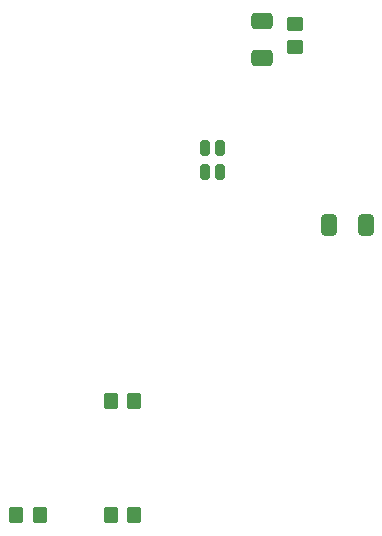
<source format=gbp>
G04 #@! TF.GenerationSoftware,KiCad,Pcbnew,(6.0.8-1)-1*
G04 #@! TF.CreationDate,2023-04-27T22:08:01+09:00*
G04 #@! TF.ProjectId,ikako_f303,696b616b-6f5f-4663-9330-332e6b696361,rev?*
G04 #@! TF.SameCoordinates,Original*
G04 #@! TF.FileFunction,Paste,Bot*
G04 #@! TF.FilePolarity,Positive*
%FSLAX46Y46*%
G04 Gerber Fmt 4.6, Leading zero omitted, Abs format (unit mm)*
G04 Created by KiCad (PCBNEW (6.0.8-1)-1) date 2023-04-27 22:08:01*
%MOMM*%
%LPD*%
G01*
G04 APERTURE LIST*
G04 Aperture macros list*
%AMRoundRect*
0 Rectangle with rounded corners*
0 $1 Rounding radius*
0 $2 $3 $4 $5 $6 $7 $8 $9 X,Y pos of 4 corners*
0 Add a 4 corners polygon primitive as box body*
4,1,4,$2,$3,$4,$5,$6,$7,$8,$9,$2,$3,0*
0 Add four circle primitives for the rounded corners*
1,1,$1+$1,$2,$3*
1,1,$1+$1,$4,$5*
1,1,$1+$1,$6,$7*
1,1,$1+$1,$8,$9*
0 Add four rect primitives between the rounded corners*
20,1,$1+$1,$2,$3,$4,$5,0*
20,1,$1+$1,$4,$5,$6,$7,0*
20,1,$1+$1,$6,$7,$8,$9,0*
20,1,$1+$1,$8,$9,$2,$3,0*%
G04 Aperture macros list end*
%ADD10RoundRect,0.250000X0.350000X0.450000X-0.350000X0.450000X-0.350000X-0.450000X0.350000X-0.450000X0*%
%ADD11RoundRect,0.208750X0.208750X0.431250X-0.208750X0.431250X-0.208750X-0.431250X0.208750X-0.431250X0*%
%ADD12RoundRect,0.250000X0.450000X-0.350000X0.450000X0.350000X-0.450000X0.350000X-0.450000X-0.350000X0*%
%ADD13RoundRect,0.250000X-0.412500X-0.650000X0.412500X-0.650000X0.412500X0.650000X-0.412500X0.650000X0*%
%ADD14RoundRect,0.250000X0.650000X-0.412500X0.650000X0.412500X-0.650000X0.412500X-0.650000X-0.412500X0*%
G04 APERTURE END LIST*
D10*
X139412325Y-105589916D03*
X137412325Y-105589916D03*
D11*
X146627500Y-74510000D03*
X145372500Y-74510000D03*
D12*
X153000000Y-66000000D03*
X153000000Y-64000000D03*
D13*
X155875000Y-81000000D03*
X159000000Y-81000000D03*
D11*
X146627500Y-76510000D03*
X145372500Y-76510000D03*
D10*
X131412325Y-105589916D03*
X129412325Y-105589916D03*
D14*
X150192809Y-66876407D03*
X150192809Y-63751407D03*
D10*
X139412325Y-95972112D03*
X137412325Y-95972112D03*
M02*

</source>
